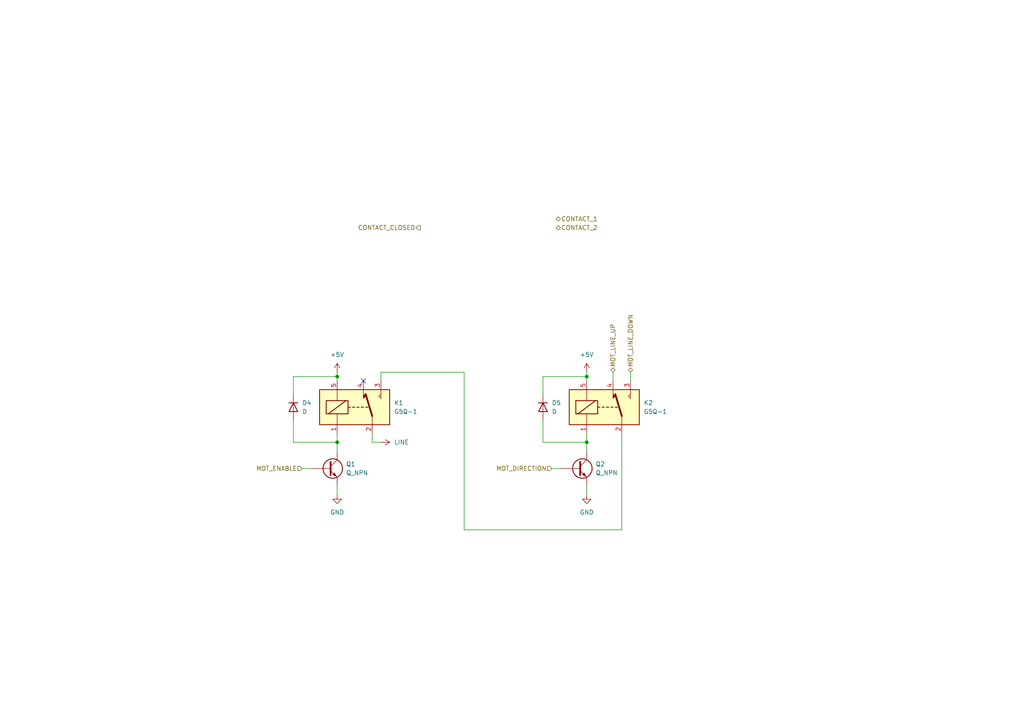
<source format=kicad_sch>
(kicad_sch (version 20250114) (generator "eeschema") (generator_version "9.0")
  (paper "A4")
  (title_block (title "iot-contact"))
  (lib_symbols
    (symbol "Device:D" (pin_numbers (hide yes)) (pin_names (offset 1.016) (hide yes))
      (property "Reference" "D" (at 0 2.54 0))
      (property "Value" "D" (at 0 -2.54 0))
      (symbol "D_0_1"
        (polyline (pts (xy -1.27 1.27) (xy -1.27 -1.27)) (stroke (width 0.254)))
        (polyline (pts (xy 1.27 1.27) (xy 1.27 -1.27) (xy -1.27 0) (xy 1.27 1.27)) (stroke (width 0.254)))
        (polyline (pts (xy 1.27 0) (xy -1.27 0)))
      )
      (symbol "D_1_1"
        (pin passive line (at -3.81 0 0) (length 2.54) (name "K") (number "1"))
        (pin passive line (at 3.81 0 180) (length 2.54) (name "A") (number "2"))
      )
    )
    (symbol "Device:Q_NPN" (pin_numbers (hide yes)) (pin_names (offset 0) (hide yes))
      (property "Reference" "Q" (at 5.08 1.27 0))
      (property "Value" "Q_NPN" (at 5.08 -1.27 0))
      (symbol "Q_NPN_0_1"
        (polyline (pts (xy -2.54 0) (xy 0.635 0)))
        (polyline (pts (xy 0.635 1.905) (xy 0.635 -1.905)) (stroke (width 0.508)))
        (polyline (pts (xy 0.635 0.635) (xy 2.54 2.54)))
        (polyline (pts (xy 0.635 -0.635) (xy 2.54 -2.54)))
        (circle (center 1.27 0) (radius 2.8194) (stroke (width 0.254)))
        (polyline (pts (xy 1.27 -1.778) (xy 1.778 -1.27) (xy 2.286 -2.286) (xy 1.27 -1.778)) (fill (type outline)))
      )
      (symbol "Q_NPN_1_1"
        (pin input line (at -5.08 0 0) (length 2.54) (name "B") (number "B"))
        (pin passive line (at 2.54 5.08 270) (length 2.54) (name "C") (number "C"))
        (pin passive line (at 2.54 -5.08 90) (length 2.54) (name "E") (number "E"))
      )
    )
    (symbol "Relay:G5Q-1"
      (property "Reference" "K" (at 11.43 3.81 0))
      (property "Value" "G5Q-1" (at 11.43 1.27 0))
      (symbol "G5Q-1_0_0"
        (polyline (pts (xy 7.62 5.08) (xy 7.62 2.54) (xy 6.985 3.175) (xy 7.62 3.81)))
      )
      (symbol "G5Q-1_0_1"
        (rectangle (start -10.16 5.08) (end 10.16 -5.08) (stroke (width 0.254)) (fill (type background)))
        (rectangle (start -8.255 1.905) (end -1.905 -1.905) (stroke (width 0.254)))
        (polyline (pts (xy -7.62 -1.905) (xy -2.54 1.905)) (stroke (width 0.254)))
        (polyline (pts (xy -5.08 5.08) (xy -5.08 1.905)))
        (polyline (pts (xy -5.08 -5.08) (xy -5.08 -1.905)))
        (polyline (pts (xy -1.905 0) (xy -1.27 0)) (stroke (width 0.254)))
        (polyline (pts (xy -0.635 0) (xy 0 0)) (stroke (width 0.254)))
        (polyline (pts (xy 0.635 0) (xy 1.27 0)) (stroke (width 0.254)))
        (polyline (pts (xy 1.905 0) (xy 2.54 0)) (stroke (width 0.254)))
        (polyline (pts (xy 2.54 5.08) (xy 2.54 2.54) (xy 3.175 3.175) (xy 2.54 3.81)) (fill (type outline)))
        (polyline (pts (xy 3.175 0) (xy 3.81 0)) (stroke (width 0.254)))
        (polyline (pts (xy 5.08 -2.54) (xy 3.175 3.81)) (stroke (width 0.508)))
        (polyline (pts (xy 5.08 -2.54) (xy 5.08 -5.08)))
      )
      (symbol "G5Q-1_1_1"
        (pin passive line (at -5.08 7.62 270) (length 2.54) (name "~") (number "5"))
        (pin passive line (at -5.08 -7.62 90) (length 2.54) (name "~") (number "1"))
        (pin passive line (at 2.54 7.62 270) (length 2.54) (name "~") (number "4"))
        (pin passive line (at 5.08 -7.62 90) (length 2.54) (name "~") (number "2"))
        (pin passive line (at 7.62 7.62 270) (length 2.54) (name "~") (number "3"))
      )
    )
    (symbol "power:+5V" (power) (pin_numbers (hide yes)) (pin_names (offset 0) (hide yes))
      (property "Value" "+5V" (at 0 3.556 0))
      (symbol "+5V_0_1"
        (polyline (pts (xy -0.762 1.27) (xy 0 2.54)))
        (polyline (pts (xy 0 2.54) (xy 0.762 1.27)))
        (polyline (pts (xy 0 0) (xy 0 2.54)))
      )
      (symbol "+5V_1_1"
        (pin power_in line (at 0 0 90) (length 0) (name "~") (number "1"))
      )
    )
    (symbol "power:GND" (power) (pin_numbers (hide yes)) (pin_names (offset 0) (hide yes))
      (property "Value" "GND" (at 0 -3.81 0))
      (symbol "GND_0_1"
        (polyline (pts (xy 0 0) (xy 0 -1.27) (xy 1.27 -1.27) (xy 0 -2.54) (xy -1.27 -1.27) (xy 0 -1.27)))
      )
      (symbol "GND_1_1"
        (pin power_in line (at 0 0 270) (length 0) (name "~") (number "1"))
      )
    )
    (symbol "power:LINE" (power) (pin_numbers (hide yes)) (pin_names (offset 0) (hide yes))
      (property "Value" "LINE" (at 0 3.556 0))
      (symbol "LINE_0_1"
        (polyline (pts (xy -0.762 1.27) (xy 0 2.54)))
        (polyline (pts (xy 0 2.54) (xy 0.762 1.27)))
        (polyline (pts (xy 0 0) (xy 0 2.54)))
      )
      (symbol "LINE_1_1"
        (pin power_in line (at 0 0 90) (length 0) (name "~") (number "1"))
      )
    )
  )
  (junction (at 97.79 109.22))
  (junction (at 170.18 109.22))
  (junction (at 97.79 128.27))
  (junction (at 170.18 128.27))
  (no_connect (at 105.41 110.49))
  (wire (pts (xy 170.18 107.95) (xy 170.18 109.22)))
  (wire (pts (xy 97.79 128.27) (xy 97.79 130.81)))
  (wire (pts (xy 85.09 109.22) (xy 97.79 109.22)))
  (wire (pts (xy 160.02 135.89) (xy 162.56 135.89)))
  (wire (pts (xy 97.79 140.97) (xy 97.79 143.51)))
  (wire (pts (xy 85.09 121.92) (xy 85.09 128.27)))
  (wire (pts (xy 134.62 107.95) (xy 134.62 153.67)))
  (wire (pts (xy 182.88 107.95) (xy 182.88 110.49)))
  (wire (pts (xy 157.48 109.22) (xy 170.18 109.22)))
  (wire (pts (xy 110.49 128.27) (xy 107.95 128.27)))
  (wire (pts (xy 97.79 109.22) (xy 97.79 110.49)))
  (wire (pts (xy 170.18 140.97) (xy 170.18 143.51)))
  (wire (pts (xy 97.79 107.95) (xy 97.79 109.22)))
  (wire (pts (xy 157.48 114.3) (xy 157.48 109.22)))
  (wire (pts (xy 157.48 128.27) (xy 170.18 128.27)))
  (wire (pts (xy 170.18 125.73) (xy 170.18 128.27)))
  (wire (pts (xy 170.18 128.27) (xy 170.18 130.81)))
  (wire (pts (xy 87.63 135.89) (xy 90.17 135.89)))
  (wire (pts (xy 97.79 125.73) (xy 97.79 128.27)))
  (wire (pts (xy 170.18 109.22) (xy 170.18 110.49)))
  (wire (pts (xy 180.34 153.67) (xy 180.34 125.73)))
  (wire (pts (xy 177.8 107.95) (xy 177.8 110.49)))
  (wire (pts (xy 85.09 128.27) (xy 97.79 128.27)))
  (wire (pts (xy 107.95 128.27) (xy 107.95 125.73)))
  (wire (pts (xy 110.49 107.95) (xy 134.62 107.95)))
  (wire (pts (xy 157.48 121.92) (xy 157.48 128.27)))
  (wire (pts (xy 110.49 110.49) (xy 110.49 107.95)))
  (wire (pts (xy 85.09 114.3) (xy 85.09 109.22)))
  (wire (pts (xy 134.62 153.67) (xy 180.34 153.67)))
  (hierarchical_label "CONTACT_1" (shape bidirectional) (at 161.29 63.5 0))
  (hierarchical_label "CONTACT_2" (shape bidirectional) (at 161.29 66.04 0))
  (hierarchical_label "MOT_ENABLE" (shape input) (at 87.63 135.89 180))
  (hierarchical_label "MOT_LINE_DOWN" (shape bidirectional) (at 182.88 107.95 90))
  (hierarchical_label "MOT_LINE_UP" (shape bidirectional) (at 177.8 107.95 90))
  (hierarchical_label "CONTACT_CLOSED" (shape output) (at 121.92 66.04 180))
  (hierarchical_label "MOT_DIRECTION" (shape input) (at 160.02 135.89 180))
  (symbol (lib_id "power:LINE") (at 110.49 128.27 270) (unit 1)
    (property "Reference" "#PWR030" (effects (hide yes)))
    (property "Value" "LINE" (at 114.3 128.2699 90) (effects (justify left)))
    (property "Description" "Power symbol creates a global label with name \"LINE\"" (effects (hide yes)))
  )
  (symbol (lib_id "Device:Q_NPN") (at 167.64 135.89 0) (unit 1)
    (property "Reference" "Q2" (at 172.72 134.6199 0) (effects (justify left)))
    (property "Value" "Q_NPN" (at 172.72 137.1599 0) (effects (justify left)))
    (property "Description" "NPN bipolar junction transistor" (effects (hide yes)))
  )
  (symbol (lib_id "Relay:G5Q-1") (at 175.26 118.11 0) (unit 1)
    (property "Reference" "K2" (at 186.69 116.8399 0) (effects (justify left)))
    (property "Value" "G5Q-1" (at 186.69 119.3799 0) (effects (justify left)))
    (property "Footprint" "Relay_THT:Relay_SPDT_Omron-G5Q-1" (effects (hide yes)))
    (property "Datasheet" "https://www.omron.com/ecb/products/pdf/en-g5q.pdf" (effects (hide yes)))
    (property "Description" "Omron G5G relay, Miniature Single Pole, SPDT, 10A" (effects (hide yes)))
  )
  (symbol (lib_id "power:+5V") (at 170.18 107.95 0) (unit 1)
    (property "Reference" "#PWR034" (effects (hide yes)))
    (property "Value" "+5V" (at 170.18 102.87 0))
    (property "Description" "Power symbol creates a global label with name \"+5V\"" (effects (hide yes)))
  )
  (symbol (lib_id "Relay:G5Q-1") (at 102.87 118.11 0) (unit 1)
    (property "Reference" "K1" (at 114.3 116.8399 0) (effects (justify left)))
    (property "Value" "G5Q-1" (at 114.3 119.3799 0) (effects (justify left)))
    (property "Footprint" "Relay_THT:Relay_SPDT_Omron-G5Q-1" (effects (hide yes)))
    (property "Datasheet" "https://www.omron.com/ecb/products/pdf/en-g5q.pdf" (effects (hide yes)))
    (property "Description" "Omron G5G relay, Miniature Single Pole, SPDT, 10A" (effects (hide yes)))
  )
  (symbol (lib_id "power:GND") (at 170.18 143.51 0) (unit 1)
    (property "Reference" "#PWR031" (effects (hide yes)))
    (property "Value" "GND" (at 170.18 148.59 0))
    (property "Description" "Power symbol creates a global label with name \"GND\" , ground" (effects (hide yes)))
  )
  (symbol (lib_id "power:+5V") (at 97.79 107.95 0) (unit 1)
    (property "Reference" "#PWR033" (effects (hide yes)))
    (property "Value" "+5V" (at 97.79 102.87 0))
    (property "Description" "Power symbol creates a global label with name \"+5V\"" (effects (hide yes)))
  )
  (symbol (lib_id "Device:D") (at 157.48 118.11 270) (unit 1)
    (property "Reference" "D5" (at 160.02 116.8399 90) (effects (justify left)))
    (property "Value" "D" (at 160.02 119.3799 90) (effects (justify left)))
    (property "Description" "Diode" (effects (hide yes)))
    (property "Sim.Device" "D" (effects (hide yes)))
    (property "Sim.Pins" "1=K 2=A" (effects (hide yes)))
  )
  (symbol (lib_id "power:GND") (at 97.79 143.51 0) (unit 1)
    (property "Reference" "#PWR032" (effects (hide yes)))
    (property "Value" "GND" (at 97.79 148.59 0))
    (property "Description" "Power symbol creates a global label with name \"GND\" , ground" (effects (hide yes)))
  )
  (symbol (lib_id "Device:D") (at 85.09 118.11 270) (unit 1)
    (property "Reference" "D4" (at 87.63 116.8399 90) (effects (justify left)))
    (property "Value" "D" (at 87.63 119.3799 90) (effects (justify left)))
    (property "Description" "Diode" (effects (hide yes)))
    (property "Sim.Device" "D" (effects (hide yes)))
    (property "Sim.Pins" "1=K 2=A" (effects (hide yes)))
  )
  (symbol (lib_id "Device:Q_NPN") (at 95.25 135.89 0) (unit 1)
    (property "Reference" "Q1" (at 100.33 134.6199 0) (effects (justify left)))
    (property "Value" "Q_NPN" (at 100.33 137.1599 0) (effects (justify left)))
    (property "Description" "NPN bipolar junction transistor" (effects (hide yes)))
  )
)
</source>
